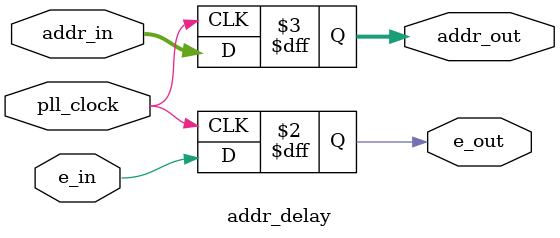
<source format=v>
module addr_delay (pll_clock, addr_in, addr_out, e_in, e_out);

parameter ADDR_WIDTH = 11;
// signals for connecting to the Avalon fabric 
input e_in, pll_clock;
input [ADDR_WIDTH-1:0] addr_in;
output e_out;
output [ADDR_WIDTH-1:0] addr_out;

(* preserve="true" *) reg [ADDR_WIDTH-1:0] addr_out;
(* preserve="true" *) reg e_out;

always@(posedge pll_clock) begin
	addr_out <= addr_in;
	e_out <= e_in;
end

endmodule

</source>
